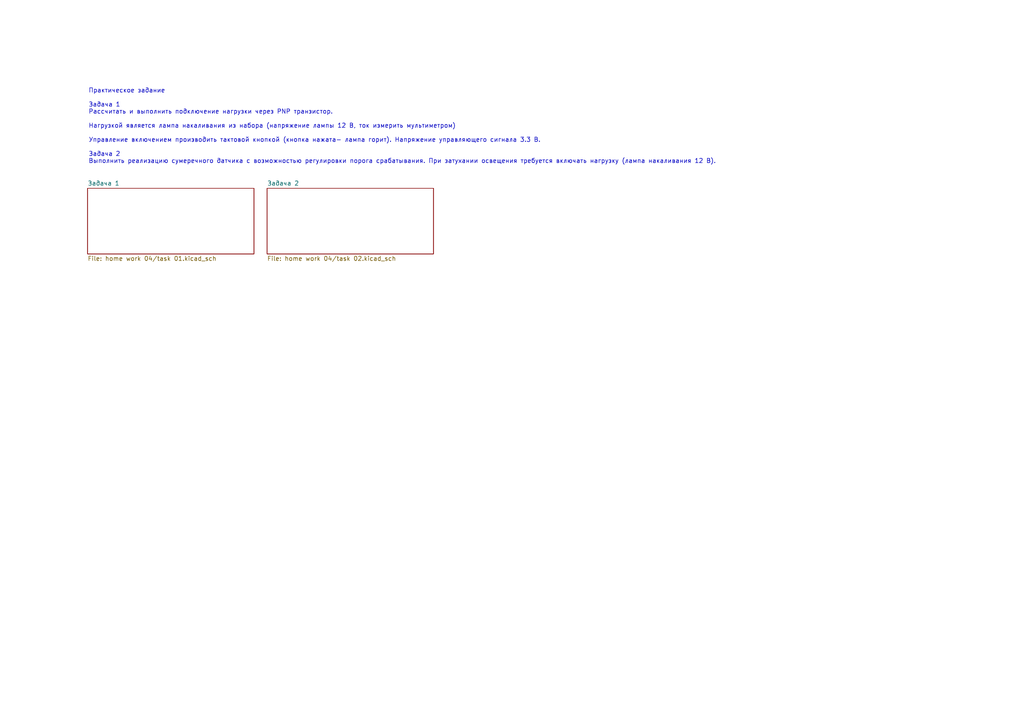
<source format=kicad_sch>
(kicad_sch
	(version 20231120)
	(generator "eeschema")
	(generator_version "8.0")
	(uuid "9a82eafe-f5b3-4471-a454-b226d420650c")
	(paper "A4")
	(lib_symbols)
	(text "Практическое задание\n\nЗадача 1\nРассчитать и выполнить подключение нагрузки через PNP транзистор.\n\nНагрузкой является лампа накаливания из набора (напряжение лампы 12 В, ток измерить мультиметром)\n\nУправление включением производить тактовой кнопкой (кнопка нажата- лампа горит). Напряжение управляющего сигнала 3.3 В.\n\nЗадача 2\nВыполнить реализацию сумеречного датчика с возможностью регулировки порога срабатывания. При затухании освещения требуется включать нагрузку (лампа накаливания 12 В). \n"
		(exclude_from_sim no)
		(at 25.654 25.654 0)
		(effects
			(font
				(size 1.27 1.27)
			)
			(justify left top)
		)
		(uuid "455d2dc5-c8b5-42c9-82de-717c364baf63")
	)
	(sheet
		(at 77.47 54.61)
		(size 48.26 19.05)
		(fields_autoplaced yes)
		(stroke
			(width 0.1524)
			(type solid)
		)
		(fill
			(color 0 0 0 0.0000)
		)
		(uuid "c41f88df-d2c0-4252-84c0-7c5a3ce7c990")
		(property "Sheetname" "Задача 2"
			(at 77.47 53.8984 0)
			(effects
				(font
					(size 1.27 1.27)
				)
				(justify left bottom)
			)
		)
		(property "Sheetfile" "home work 04/task 02.kicad_sch"
			(at 77.47 74.2446 0)
			(effects
				(font
					(size 1.27 1.27)
				)
				(justify left top)
			)
		)
		(instances
			(project "mipt"
				(path "/34d483ea-61c1-4e08-b30a-5dee616d4777/f9b8cd78-f2f2-4446-aa11-838913d7a5bd"
					(page "10")
				)
			)
		)
	)
	(sheet
		(at 25.4 54.61)
		(size 48.26 19.05)
		(fields_autoplaced yes)
		(stroke
			(width 0.1524)
			(type solid)
		)
		(fill
			(color 0 0 0 0.0000)
		)
		(uuid "f08a2be2-cccb-4bdb-87b3-05d95f6eb5a2")
		(property "Sheetname" "Задача 1"
			(at 25.4 53.8984 0)
			(effects
				(font
					(size 1.27 1.27)
				)
				(justify left bottom)
			)
		)
		(property "Sheetfile" "home work 04/task 01.kicad_sch"
			(at 25.4 74.2446 0)
			(effects
				(font
					(size 1.27 1.27)
				)
				(justify left top)
			)
		)
		(instances
			(project "mipt"
				(path "/34d483ea-61c1-4e08-b30a-5dee616d4777/f9b8cd78-f2f2-4446-aa11-838913d7a5bd"
					(page "8")
				)
			)
		)
	)
)

</source>
